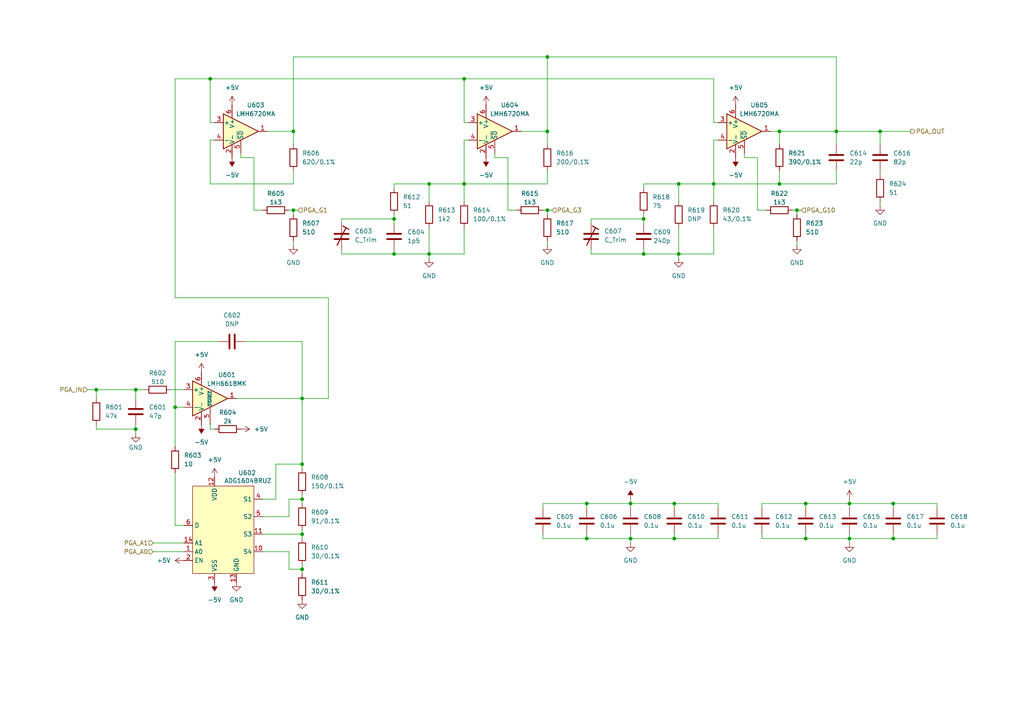
<source format=kicad_sch>
(kicad_sch (version 20231120) (generator "eeschema") (generator_version "8.0")
  (paper "A4")
  (lib_symbols
    (symbol "Amplifier_Operational:LMH6611" (pin_names (offset 0.127))
      (property "Reference" "U" (at 2.54 3.81 0))
      (property "Value" "LMH6611" (at 2.54 -3.81 0))
      (symbol "LMH6611_0_1"
        (polyline (pts (xy -5.08 5.08) (xy 5.08 0) (xy -5.08 -5.08) (xy -5.08 5.08)) (stroke (width 0.254)) (fill (type background)))
      )
      (symbol "LMH6611_1_1"
        (pin output line (at 7.62 0 180) (length 2.54) (name "~") (number "1"))
        (pin power_in line (at -2.54 -7.62 90) (length 3.81) (name "V-") (number "2"))
        (pin input line (at -7.62 2.54 0) (length 2.54) (name "+") (number "3"))
        (pin input line (at -7.62 -2.54 0) (length 2.54) (name "-") (number "4"))
        (pin input line (at 0 -7.62 90) (length 5.08) (name "~{DISABLE}") (number "5"))
        (pin power_in line (at -2.54 7.62 270) (length 3.81) (name "V+") (number "6"))
      )
    )
    (symbol "Device:C" (pin_numbers hide) (pin_names (offset 0.254))
      (property "Reference" "C" (at 0.635 2.54 0))
      (property "Value" "C" (at 0.635 -2.54 0))
      (symbol "C_0_1"
        (polyline (pts (xy -2.032 -0.762) (xy 2.032 -0.762)) (stroke (width 0.508)))
        (polyline (pts (xy -2.032 0.762) (xy 2.032 0.762)) (stroke (width 0.508)))
      )
      (symbol "C_1_1"
        (pin passive line (at 0 3.81 270) (length 2.794) (name "~") (number "1"))
        (pin passive line (at 0 -3.81 90) (length 2.794) (name "~") (number "2"))
      )
    )
    (symbol "Device:C_Trim" (pin_numbers hide) (pin_names (offset 0.254) hide)
      (property "Reference" "C" (at 1.524 -2.032 0))
      (property "Value" "C_Trim" (at 3.048 -3.556 0))
      (symbol "C_Trim_0_1"
        (polyline (pts (xy -2.032 -0.762) (xy 2.032 -0.762)) (stroke (width 0.508)))
        (polyline (pts (xy -2.032 0.762) (xy 2.032 0.762)) (stroke (width 0.508)))
        (polyline (pts (xy 1.27 2.54) (xy -1.27 -2.54)) (stroke (width 0.3048)))
        (polyline (pts (xy 1.27 2.54) (xy 0.381 3.048)) (stroke (width 0.3048)))
        (polyline (pts (xy 1.27 2.54) (xy 2.159 2.032)) (stroke (width 0.3048)))
      )
      (symbol "C_Trim_1_1"
        (pin passive line (at 0 3.81 270) (length 3.048) (name "~") (number "1"))
        (pin passive line (at 0 -3.81 90) (length 3.048) (name "~") (number "2"))
      )
    )
    (symbol "Device:R" (pin_numbers hide) (pin_names (offset 0))
      (property "Reference" "R" (at 2.032 0 90))
      (property "Value" "R" (at 0 0 90))
      (symbol "R_0_1"
        (rectangle (start -1.016 -2.54) (end 1.016 2.54) (stroke (width 0.254)))
      )
      (symbol "R_1_1"
        (pin passive line (at 0 3.81 270) (length 1.27) (name "~") (number "1"))
        (pin passive line (at 0 -3.81 90) (length 1.27) (name "~") (number "2"))
      )
    )
    (symbol "ETH1LCR3:ADG1604BRUZ"
      (property "Reference" "U" (at 0 0 0))
      (property "Value" "ADG1604BRUZ" (at 0 0 0))
      (symbol "ADG1604BRUZ_0_0"
        (pin input line (at -11.43 -7.62 0) (length 2.54) (name "A0") (number "1"))
        (pin bidirectional line (at 11.43 -7.62 180) (length 2.54) (name "S4") (number "10"))
        (pin bidirectional line (at 11.43 -2.54 180) (length 2.54) (name "S3") (number "11"))
        (pin passive line (at -2.54 13.97 270) (length 2.54) (name "VDD") (number "12"))
        (pin passive line (at 3.81 -16.51 90) (length 2.54) (name "GND") (number "13"))
        (pin bidirectional line (at -11.43 -5.08 0) (length 2.54) (name "A1") (number "14"))
        (pin input line (at -11.43 -10.16 0) (length 2.54) (name "EN") (number "2"))
        (pin passive line (at -2.54 -16.51 90) (length 2.54) (name "VSS") (number "3"))
        (pin bidirectional line (at 11.43 7.62 180) (length 2.54) (name "S1") (number "4"))
        (pin bidirectional line (at 11.43 2.54 180) (length 2.54) (name "S2") (number "5"))
        (pin bidirectional line (at -11.43 0 0) (length 2.54) (name "D") (number "6"))
      )
      (symbol "ADG1604BRUZ_1_0"
        (pin no_connect line (at -8.89 8.89 0) (length 2.54) hide (name "NC") (number "7"))
        (pin no_connect line (at -8.89 6.35 0) (length 2.54) hide (name "NC") (number "8"))
        (pin no_connect line (at -8.89 3.81 0) (length 2.54) hide (name "NC") (number "9"))
      )
      (symbol "ADG1604BRUZ_1_1"
        (rectangle (start -8.89 11.43) (end 8.89 -13.97) (fill (type background)))
      )
    )
    (symbol "ETH1LCR3:LMH6702MA" (pin_names (offset 0.127))
      (property "Reference" "U" (at 0 6.35 0))
      (property "Value" "LMH6720MA" (at 0 3.81 0))
      (symbol "LMH6702MA_0_1"
        (polyline (pts (xy -5.08 5.08) (xy 5.08 0) (xy -5.08 -5.08) (xy -5.08 5.08)) (stroke (width 0.254)) (fill (type background)))
      )
      (symbol "LMH6702MA_1_1"
        (pin output line (at 7.62 0 180) (length 2.54) (name "~") (number "1"))
        (pin power_in line (at -2.54 -7.62 90) (length 3.81) (name "V-") (number "2"))
        (pin input line (at -7.62 2.54 0) (length 2.54) (name "+") (number "3"))
        (pin input line (at -7.62 -2.54 0) (length 2.54) (name "-") (number "4"))
        (pin input line (at 0 -6.35 90) (length 3.81) (name "~{SD}") (number "5"))
        (pin power_in line (at -2.54 7.62 270) (length 3.81) (name "V+") (number "6"))
      )
    )
    (symbol "power:+5V" (power) (pin_numbers hide) (pin_names (offset 0) hide)
      (property "Value" "+5V" (at 0 3.556 0))
      (symbol "+5V_0_1"
        (polyline (pts (xy -0.762 1.27) (xy 0 2.54)))
        (polyline (pts (xy 0 0) (xy 0 2.54)))
        (polyline (pts (xy 0 2.54) (xy 0.762 1.27)))
      )
      (symbol "+5V_1_1"
        (pin power_in line (at 0 0 90) (length 0) (name "~") (number "1"))
      )
    )
    (symbol "power:-5V" (power) (pin_numbers hide) (pin_names (offset 0) hide)
      (property "Value" "-5V" (at 0 3.556 0))
      (symbol "-5V_0_0"
        (pin power_in line (at 0 0 90) (length 0) (name "~") (number "1"))
      )
      (symbol "-5V_0_1"
        (polyline (pts (xy 0 0) (xy 0 1.27) (xy 0.762 1.27) (xy 0 2.54) (xy -0.762 1.27) (xy 0 1.27)) (fill (type outline)))
      )
    )
    (symbol "power:GND" (power) (pin_numbers hide) (pin_names (offset 0) hide)
      (property "Value" "GND" (at 0 -3.81 0))
      (symbol "GND_0_1"
        (polyline (pts (xy 0 0) (xy 0 -1.27) (xy 1.27 -1.27) (xy 0 -2.54) (xy -1.27 -1.27) (xy 0 -1.27)))
      )
      (symbol "GND_1_1"
        (pin power_in line (at 0 0 270) (length 0) (name "~") (number "1"))
      )
    )
  )
  (junction (at 186.69 73.66))
  (junction (at 134.62 53.34))
  (junction (at 114.3 63.5))
  (junction (at 231.14 60.96))
  (junction (at 170.18 156.21))
  (junction (at 196.85 73.66))
  (junction (at 50.8 118.11))
  (junction (at 158.75 38.1))
  (junction (at 246.38 156.21))
  (junction (at 182.88 146.05))
  (junction (at 60.96 22.86))
  (junction (at 87.63 115.57))
  (junction (at 226.06 38.1))
  (junction (at 196.85 53.34))
  (junction (at 87.63 134.62))
  (junction (at 186.69 63.5))
  (junction (at 246.38 146.05))
  (junction (at 233.68 156.21))
  (junction (at 255.27 38.1))
  (junction (at 207.01 53.34))
  (junction (at 195.58 146.05))
  (junction (at 39.37 113.03))
  (junction (at 233.68 146.05))
  (junction (at 87.63 154.94))
  (junction (at 114.3 73.66))
  (junction (at 195.58 156.21))
  (junction (at 27.94 113.03))
  (junction (at 134.62 22.86))
  (junction (at 182.88 156.21))
  (junction (at 85.09 38.1))
  (junction (at 124.46 73.66))
  (junction (at 87.63 144.78))
  (junction (at 158.75 60.96))
  (junction (at 158.75 16.51))
  (junction (at 124.46 53.34))
  (junction (at 259.08 156.21))
  (junction (at 170.18 146.05))
  (junction (at 87.63 165.1))
  (junction (at 85.09 60.96))
  (junction (at 39.37 124.46))
  (junction (at 242.57 38.1))
  (junction (at 259.08 146.05))
  (junction (at 226.06 53.34))
  (wire (pts (xy 151.13 38.1) (xy 158.75 38.1)))
  (wire (pts (xy 147.32 60.96) (xy 149.86 60.96)))
  (wire (pts (xy 231.14 69.85) (xy 231.14 71.12)))
  (wire (pts (xy 83.82 160.02) (xy 83.82 165.1)))
  (wire (pts (xy 182.88 156.21) (xy 170.18 156.21)))
  (wire (pts (xy 259.08 156.21) (xy 246.38 156.21)))
  (wire (pts (xy 219.71 45.72) (xy 219.71 60.96)))
  (wire (pts (xy 223.52 38.1) (xy 226.06 38.1)))
  (wire (pts (xy 158.75 49.53) (xy 158.75 53.34)))
  (wire (pts (xy 158.75 38.1) (xy 158.75 41.91)))
  (wire (pts (xy 60.96 124.46) (xy 60.96 123.19)))
  (wire (pts (xy 135.89 35.56) (xy 134.62 35.56)))
  (wire (pts (xy 87.63 115.57) (xy 87.63 99.06)))
  (wire (pts (xy 195.58 154.94) (xy 195.58 156.21)))
  (wire (pts (xy 39.37 124.46) (xy 39.37 125.73)))
  (wire (pts (xy 87.63 143.51) (xy 87.63 144.78)))
  (wire (pts (xy 170.18 156.21) (xy 157.48 156.21)))
  (wire (pts (xy 60.96 35.56) (xy 60.96 22.86)))
  (wire (pts (xy 85.09 38.1) (xy 85.09 41.91)))
  (wire (pts (xy 85.09 16.51) (xy 158.75 16.51)))
  (wire (pts (xy 242.57 53.34) (xy 226.06 53.34)))
  (wire (pts (xy 242.57 16.51) (xy 158.75 16.51)))
  (wire (pts (xy 170.18 146.05) (xy 170.18 147.32)))
  (wire (pts (xy 87.63 153.67) (xy 87.63 154.94)))
  (wire (pts (xy 158.75 16.51) (xy 158.75 38.1)))
  (wire (pts (xy 39.37 113.03) (xy 27.94 113.03)))
  (wire (pts (xy 134.62 35.56) (xy 134.62 22.86)))
  (wire (pts (xy 39.37 123.19) (xy 39.37 124.46)))
  (wire (pts (xy 233.68 146.05) (xy 246.38 146.05)))
  (wire (pts (xy 83.82 144.78) (xy 87.63 144.78)))
  (wire (pts (xy 60.96 53.34) (xy 60.96 40.64)))
  (wire (pts (xy 50.8 22.86) (xy 60.96 22.86)))
  (wire (pts (xy 186.69 63.5) (xy 186.69 64.77)))
  (wire (pts (xy 255.27 38.1) (xy 242.57 38.1)))
  (wire (pts (xy 76.2 154.94) (xy 87.63 154.94)))
  (wire (pts (xy 134.62 53.34) (xy 134.62 58.42)))
  (wire (pts (xy 124.46 58.42) (xy 124.46 53.34)))
  (wire (pts (xy 69.85 44.45) (xy 69.85 45.72)))
  (wire (pts (xy 271.78 146.05) (xy 271.78 147.32)))
  (wire (pts (xy 233.68 156.21) (xy 220.98 156.21)))
  (wire (pts (xy 255.27 38.1) (xy 264.16 38.1)))
  (wire (pts (xy 39.37 113.03) (xy 39.37 115.57)))
  (wire (pts (xy 87.63 134.62) (xy 87.63 135.89)))
  (wire (pts (xy 124.46 73.66) (xy 134.62 73.66)))
  (wire (pts (xy 73.66 60.96) (xy 76.2 60.96)))
  (wire (pts (xy 134.62 22.86) (xy 207.01 22.86)))
  (wire (pts (xy 220.98 147.32) (xy 220.98 146.05)))
  (wire (pts (xy 170.18 154.94) (xy 170.18 156.21)))
  (wire (pts (xy 215.9 45.72) (xy 219.71 45.72)))
  (wire (pts (xy 171.45 73.66) (xy 186.69 73.66)))
  (wire (pts (xy 219.71 60.96) (xy 222.25 60.96)))
  (wire (pts (xy 85.09 53.34) (xy 60.96 53.34)))
  (wire (pts (xy 208.28 156.21) (xy 195.58 156.21)))
  (wire (pts (xy 233.68 154.94) (xy 233.68 156.21)))
  (wire (pts (xy 50.8 86.36) (xy 50.8 22.86)))
  (wire (pts (xy 83.82 165.1) (xy 87.63 165.1)))
  (wire (pts (xy 271.78 156.21) (xy 259.08 156.21)))
  (wire (pts (xy 62.23 35.56) (xy 60.96 35.56)))
  (wire (pts (xy 50.8 118.11) (xy 53.34 118.11)))
  (wire (pts (xy 229.87 60.96) (xy 231.14 60.96)))
  (wire (pts (xy 158.75 53.34) (xy 134.62 53.34)))
  (wire (pts (xy 231.14 60.96) (xy 232.41 60.96)))
  (wire (pts (xy 246.38 146.05) (xy 259.08 146.05)))
  (wire (pts (xy 246.38 146.05) (xy 246.38 147.32)))
  (wire (pts (xy 85.09 69.85) (xy 85.09 71.12)))
  (wire (pts (xy 87.63 115.57) (xy 95.25 115.57)))
  (wire (pts (xy 85.09 60.96) (xy 85.09 62.23)))
  (wire (pts (xy 207.01 22.86) (xy 207.01 35.56)))
  (wire (pts (xy 208.28 154.94) (xy 208.28 156.21)))
  (wire (pts (xy 171.45 64.77) (xy 171.45 63.5)))
  (wire (pts (xy 255.27 58.42) (xy 255.27 59.69)))
  (wire (pts (xy 73.66 45.72) (xy 73.66 60.96)))
  (wire (pts (xy 95.25 86.36) (xy 50.8 86.36)))
  (wire (pts (xy 196.85 73.66) (xy 196.85 74.93)))
  (wire (pts (xy 182.88 154.94) (xy 182.88 156.21)))
  (wire (pts (xy 124.46 73.66) (xy 124.46 74.93)))
  (wire (pts (xy 83.82 60.96) (xy 85.09 60.96)))
  (wire (pts (xy 87.63 165.1) (xy 87.63 166.37)))
  (wire (pts (xy 76.2 160.02) (xy 83.82 160.02)))
  (wire (pts (xy 196.85 53.34) (xy 207.01 53.34)))
  (wire (pts (xy 85.09 60.96) (xy 86.36 60.96)))
  (wire (pts (xy 41.91 113.03) (xy 39.37 113.03)))
  (wire (pts (xy 50.8 99.06) (xy 50.8 118.11)))
  (wire (pts (xy 44.45 160.02) (xy 53.34 160.02)))
  (wire (pts (xy 171.45 63.5) (xy 186.69 63.5)))
  (wire (pts (xy 62.23 124.46) (xy 60.96 124.46)))
  (wire (pts (xy 226.06 49.53) (xy 226.06 53.34)))
  (wire (pts (xy 50.8 118.11) (xy 50.8 129.54)))
  (wire (pts (xy 80.01 134.62) (xy 87.63 134.62)))
  (wire (pts (xy 87.63 144.78) (xy 87.63 146.05)))
  (wire (pts (xy 207.01 53.34) (xy 207.01 58.42)))
  (wire (pts (xy 195.58 146.05) (xy 195.58 147.32)))
  (wire (pts (xy 195.58 146.05) (xy 208.28 146.05)))
  (wire (pts (xy 170.18 146.05) (xy 182.88 146.05)))
  (wire (pts (xy 255.27 50.8) (xy 255.27 49.53)))
  (wire (pts (xy 186.69 62.23) (xy 186.69 63.5)))
  (wire (pts (xy 63.5 99.06) (xy 50.8 99.06)))
  (wire (pts (xy 259.08 146.05) (xy 259.08 147.32)))
  (wire (pts (xy 99.06 63.5) (xy 114.3 63.5)))
  (wire (pts (xy 99.06 72.39) (xy 99.06 73.66)))
  (wire (pts (xy 246.38 154.94) (xy 246.38 156.21)))
  (wire (pts (xy 99.06 73.66) (xy 114.3 73.66)))
  (wire (pts (xy 246.38 156.21) (xy 246.38 157.48)))
  (wire (pts (xy 158.75 69.85) (xy 158.75 71.12)))
  (wire (pts (xy 134.62 53.34) (xy 134.62 40.64)))
  (wire (pts (xy 95.25 115.57) (xy 95.25 86.36)))
  (wire (pts (xy 85.09 49.53) (xy 85.09 53.34)))
  (wire (pts (xy 195.58 156.21) (xy 182.88 156.21)))
  (wire (pts (xy 207.01 35.56) (xy 208.28 35.56)))
  (wire (pts (xy 49.53 113.03) (xy 53.34 113.03)))
  (wire (pts (xy 114.3 72.39) (xy 114.3 73.66)))
  (wire (pts (xy 157.48 147.32) (xy 157.48 146.05)))
  (wire (pts (xy 207.01 40.64) (xy 208.28 40.64)))
  (wire (pts (xy 114.3 73.66) (xy 124.46 73.66)))
  (wire (pts (xy 208.28 146.05) (xy 208.28 147.32)))
  (wire (pts (xy 182.88 146.05) (xy 195.58 146.05)))
  (wire (pts (xy 215.9 44.45) (xy 215.9 45.72)))
  (wire (pts (xy 99.06 64.77) (xy 99.06 63.5)))
  (wire (pts (xy 220.98 146.05) (xy 233.68 146.05)))
  (wire (pts (xy 124.46 66.04) (xy 124.46 73.66)))
  (wire (pts (xy 114.3 62.23) (xy 114.3 63.5)))
  (wire (pts (xy 134.62 66.04) (xy 134.62 73.66)))
  (wire (pts (xy 182.88 146.05) (xy 182.88 147.32)))
  (wire (pts (xy 83.82 149.86) (xy 83.82 144.78)))
  (wire (pts (xy 143.51 45.72) (xy 147.32 45.72)))
  (wire (pts (xy 68.58 115.57) (xy 87.63 115.57)))
  (wire (pts (xy 87.63 115.57) (xy 87.63 134.62)))
  (wire (pts (xy 134.62 40.64) (xy 135.89 40.64)))
  (wire (pts (xy 124.46 53.34) (xy 114.3 53.34)))
  (wire (pts (xy 85.09 16.51) (xy 85.09 38.1)))
  (wire (pts (xy 60.96 40.64) (xy 62.23 40.64)))
  (wire (pts (xy 207.01 66.04) (xy 207.01 73.66)))
  (wire (pts (xy 196.85 66.04) (xy 196.85 73.66)))
  (wire (pts (xy 271.78 154.94) (xy 271.78 156.21)))
  (wire (pts (xy 242.57 49.53) (xy 242.57 53.34)))
  (wire (pts (xy 186.69 72.39) (xy 186.69 73.66)))
  (wire (pts (xy 27.94 124.46) (xy 39.37 124.46)))
  (wire (pts (xy 171.45 72.39) (xy 171.45 73.66)))
  (wire (pts (xy 196.85 73.66) (xy 207.01 73.66)))
  (wire (pts (xy 220.98 156.21) (xy 220.98 154.94)))
  (wire (pts (xy 259.08 146.05) (xy 271.78 146.05)))
  (wire (pts (xy 196.85 58.42) (xy 196.85 53.34)))
  (wire (pts (xy 80.01 144.78) (xy 80.01 134.62)))
  (wire (pts (xy 44.45 157.48) (xy 53.34 157.48)))
  (wire (pts (xy 226.06 38.1) (xy 242.57 38.1)))
  (wire (pts (xy 157.48 156.21) (xy 157.48 154.94)))
  (wire (pts (xy 87.63 154.94) (xy 87.63 156.21)))
  (wire (pts (xy 242.57 38.1) (xy 242.57 41.91)))
  (wire (pts (xy 259.08 154.94) (xy 259.08 156.21)))
  (wire (pts (xy 50.8 152.4) (xy 50.8 137.16)))
  (wire (pts (xy 226.06 53.34) (xy 207.01 53.34)))
  (wire (pts (xy 69.85 45.72) (xy 73.66 45.72)))
  (wire (pts (xy 27.94 113.03) (xy 27.94 115.57)))
  (wire (pts (xy 158.75 60.96) (xy 160.02 60.96)))
  (wire (pts (xy 25.4 113.03) (xy 27.94 113.03)))
  (wire (pts (xy 158.75 60.96) (xy 158.75 62.23)))
  (wire (pts (xy 76.2 144.78) (xy 80.01 144.78)))
  (wire (pts (xy 186.69 53.34) (xy 186.69 54.61)))
  (wire (pts (xy 246.38 156.21) (xy 233.68 156.21)))
  (wire (pts (xy 71.12 99.06) (xy 87.63 99.06)))
  (wire (pts (xy 143.51 44.45) (xy 143.51 45.72)))
  (wire (pts (xy 114.3 53.34) (xy 114.3 54.61)))
  (wire (pts (xy 242.57 38.1) (xy 242.57 16.51)))
  (wire (pts (xy 124.46 53.34) (xy 134.62 53.34)))
  (wire (pts (xy 246.38 144.78) (xy 246.38 146.05)))
  (wire (pts (xy 182.88 156.21) (xy 182.88 157.48)))
  (wire (pts (xy 255.27 41.91) (xy 255.27 38.1)))
  (wire (pts (xy 87.63 163.83) (xy 87.63 165.1)))
  (wire (pts (xy 196.85 53.34) (xy 186.69 53.34)))
  (wire (pts (xy 207.01 53.34) (xy 207.01 40.64)))
  (wire (pts (xy 231.14 60.96) (xy 231.14 62.23)))
  (wire (pts (xy 76.2 149.86) (xy 83.82 149.86)))
  (wire (pts (xy 233.68 146.05) (xy 233.68 147.32)))
  (wire (pts (xy 186.69 73.66) (xy 196.85 73.66)))
  (wire (pts (xy 77.47 38.1) (xy 85.09 38.1)))
  (wire (pts (xy 27.94 123.19) (xy 27.94 124.46)))
  (wire (pts (xy 182.88 144.78) (xy 182.88 146.05)))
  (wire (pts (xy 157.48 146.05) (xy 170.18 146.05)))
  (wire (pts (xy 226.06 38.1) (xy 226.06 41.91)))
  (wire (pts (xy 114.3 63.5) (xy 114.3 64.77)))
  (wire (pts (xy 53.34 152.4) (xy 50.8 152.4)))
  (wire (pts (xy 147.32 45.72) (xy 147.32 60.96)))
  (wire (pts (xy 60.96 22.86) (xy 134.62 22.86)))
  (wire (pts (xy 157.48 60.96) (xy 158.75 60.96)))
  (hierarchical_label "PGA_G1" (shape input) (at 86.36 60.96 0))
  (hierarchical_label "PGA_OUT" (shape output) (at 264.16 38.1 0))
  (hierarchical_label "PGA_IN" (shape input) (at 25.4 113.03 180))
  (hierarchical_label "PGA_A0" (shape input) (at 44.45 160.02 180))
  (hierarchical_label "PGA_A1" (shape input) (at 44.45 157.48 180))
  (hierarchical_label "PGA_G3" (shape input) (at 160.02 60.96 0))
  (hierarchical_label "PGA_G10" (shape input) (at 232.41 60.96 0))
  (symbol (lib_id "Device:C") (at 186.69 68.58 0) (unit 1)
    (property "Reference" "C609" (at 189.484 67.31 0) (effects (justify left)))
    (property "Value" "240p" (at 189.484 69.85 0) (effects (justify left)))
    (property "Footprint" "Capacitor_SMD:C_0603_1608Metric_Pad1.08x0.95mm_HandSolder" (effects (hide yes)))
    (property "Description" "Unpolarized capacitor" (effects (hide yes)))
  )
  (symbol (lib_id "Device:R") (at 231.14 66.04 0) (unit 1)
    (property "Reference" "R623" (at 233.68 64.7699 0) (effects (justify left)))
    (property "Value" "510" (at 233.68 67.3099 0) (effects (justify left)))
    (property "Footprint" "Resistor_SMD:R_0603_1608Metric_Pad0.98x0.95mm_HandSolder" (effects (hide yes)))
    (property "Description" "Resistor" (effects (hide yes)))
  )
  (symbol (lib_id "Device:R") (at 207.01 62.23 0) (unit 1)
    (property "Reference" "R620" (at 209.55 60.9599 0) (effects (justify left)))
    (property "Value" "43/0.1%" (at 209.55 63.4999 0) (effects (justify left)))
    (property "Footprint" "Resistor_SMD:R_0603_1608Metric_Pad0.98x0.95mm_HandSolder" (effects (hide yes)))
    (property "Description" "Resistor" (effects (hide yes)))
  )
  (symbol (lib_id "Device:C") (at 220.98 151.13 0) (unit 1)
    (property "Reference" "C612" (at 224.79 149.8599 0) (effects (justify left)))
    (property "Value" "0.1u" (at 224.79 152.3999 0) (effects (justify left)))
    (property "Footprint" "Capacitor_SMD:C_0603_1608Metric_Pad1.08x0.95mm_HandSolder" (effects (hide yes)))
    (property "Description" "Unpolarized capacitor" (effects (hide yes)))
  )
  (symbol (lib_id "Device:C") (at 170.18 151.13 0) (unit 1)
    (property "Reference" "C606" (at 173.99 149.8599 0) (effects (justify left)))
    (property "Value" "0.1u" (at 173.99 152.3999 0) (effects (justify left)))
    (property "Footprint" "Capacitor_SMD:C_0603_1608Metric_Pad1.08x0.95mm_HandSolder" (effects (hide yes)))
    (property "Description" "Unpolarized capacitor" (effects (hide yes)))
  )
  (symbol (lib_id "Device:R") (at 226.06 45.72 0) (unit 1)
    (property "Reference" "R621" (at 228.6 44.4499 0) (effects (justify left)))
    (property "Value" "390/0.1%" (at 228.6 46.9899 0) (effects (justify left)))
    (property "Footprint" "Resistor_SMD:R_0603_1608Metric_Pad0.98x0.95mm_HandSolder" (effects (hide yes)))
    (property "Description" "Resistor" (effects (hide yes)))
  )
  (symbol (lib_id "power:-5V") (at 58.42 123.19 180) (unit 1)
    (property "Reference" "#PWR0604" (effects (hide yes)))
    (property "Value" "-5V" (at 58.42 128.27 0))
    (property "Description" "Power symbol creates a global label with name \"-5V\"" (effects (hide yes)))
  )
  (symbol (lib_id "Device:C_Trim") (at 99.06 68.58 0) (unit 1)
    (property "Reference" "C603" (at 102.87 67.0559 0) (effects (justify left)))
    (property "Value" "C_Trim" (at 102.87 69.5959 0) (effects (justify left)))
    (property "Description" "Trimmable capacitor" (effects (hide yes)))
  )
  (symbol (lib_id "Device:R") (at 87.63 160.02 0) (unit 1)
    (property "Reference" "R610" (at 90.17 158.7499 0) (effects (justify left)))
    (property "Value" "30/0.1%" (at 90.17 161.2899 0) (effects (justify left)))
    (property "Footprint" "Resistor_SMD:R_0603_1608Metric_Pad0.98x0.95mm_HandSolder" (effects (hide yes)))
    (property "Description" "Resistor" (effects (hide yes)))
  )
  (symbol (lib_id "Device:R") (at 87.63 139.7 0) (unit 1)
    (property "Reference" "R608" (at 90.17 138.4299 0) (effects (justify left)))
    (property "Value" "150/0.1%" (at 90.17 140.9699 0) (effects (justify left)))
    (property "Footprint" "Resistor_SMD:R_0603_1608Metric_Pad0.98x0.95mm_HandSolder" (effects (hide yes)))
    (property "Description" "Resistor" (effects (hide yes)))
  )
  (symbol (lib_id "Device:C") (at 157.48 151.13 0) (unit 1)
    (property "Reference" "C605" (at 161.29 149.8599 0) (effects (justify left)))
    (property "Value" "0.1u" (at 161.29 152.3999 0) (effects (justify left)))
    (property "Footprint" "Capacitor_SMD:C_0603_1608Metric_Pad1.08x0.95mm_HandSolder" (effects (hide yes)))
    (property "Description" "Unpolarized capacitor" (effects (hide yes)))
  )
  (symbol (lib_id "Device:C") (at 242.57 45.72 0) (unit 1)
    (property "Reference" "C614" (at 246.38 44.4499 0) (effects (justify left)))
    (property "Value" "22p" (at 246.38 46.9899 0) (effects (justify left)))
    (property "Footprint" "Capacitor_SMD:C_0603_1608Metric_Pad1.08x0.95mm_HandSolder" (effects (hide yes)))
    (property "Description" "Unpolarized capacitor" (effects (hide yes)))
  )
  (symbol (lib_id "Device:C") (at 246.38 151.13 0) (unit 1)
    (property "Reference" "C615" (at 250.19 149.8599 0) (effects (justify left)))
    (property "Value" "0.1u" (at 250.19 152.3999 0) (effects (justify left)))
    (property "Footprint" "Capacitor_SMD:C_0603_1608Metric_Pad1.08x0.95mm_HandSolder" (effects (hide yes)))
    (property "Description" "Unpolarized capacitor" (effects (hide yes)))
  )
  (symbol (lib_id "power:-5V") (at 62.23 168.91 180) (unit 1)
    (property "Reference" "#PWR0606" (effects (hide yes)))
    (property "Value" "-5V" (at 62.23 173.99 0))
    (property "Description" "Power symbol creates a global label with name \"-5V\"" (effects (hide yes)))
  )
  (symbol (lib_id "Device:R") (at 158.75 66.04 0) (unit 1)
    (property "Reference" "R617" (at 161.29 64.7699 0) (effects (justify left)))
    (property "Value" "510" (at 161.29 67.3099 0) (effects (justify left)))
    (property "Footprint" "Resistor_SMD:R_0603_1608Metric_Pad0.98x0.95mm_HandSolder" (effects (hide yes)))
    (property "Description" "Resistor" (effects (hide yes)))
  )
  (symbol (lib_id "Device:C") (at 114.3 68.58 0) (unit 1)
    (property "Reference" "C604" (at 118.11 67.3099 0) (effects (justify left)))
    (property "Value" "1p5" (at 118.11 69.8499 0) (effects (justify left)))
    (property "Footprint" "Capacitor_SMD:C_0603_1608Metric_Pad1.08x0.95mm_HandSolder" (effects (hide yes)))
    (property "Description" "Unpolarized capacitor" (effects (hide yes)))
  )
  (symbol (lib_id "Device:R") (at 114.3 58.42 0) (unit 1)
    (property "Reference" "R612" (at 116.84 57.1499 0) (effects (justify left)))
    (property "Value" "51" (at 116.84 59.6899 0) (effects (justify left)))
    (property "Footprint" "Resistor_SMD:R_0603_1608Metric_Pad0.98x0.95mm_HandSolder" (effects (hide yes)))
    (property "Description" "Resistor" (effects (hide yes)))
  )
  (symbol (lib_id "power:GND") (at 231.14 71.12 0) (unit 1)
    (property "Reference" "#PWR0622" (effects (hide yes)))
    (property "Value" "GND" (at 231.14 76.2 0))
    (property "Description" "Power symbol creates a global label with name \"GND\" , ground" (effects (hide yes)))
  )
  (symbol (lib_id "power:GND") (at 85.09 71.12 0) (unit 1)
    (property "Reference" "#PWR0611" (effects (hide yes)))
    (property "Value" "GND" (at 85.09 76.2 0))
    (property "Description" "Power symbol creates a global label with name \"GND\" , ground" (effects (hide yes)))
  )
  (symbol (lib_id "Device:R") (at 80.01 60.96 90) (unit 1)
    (property "Reference" "R605" (at 80.01 56.134 90))
    (property "Value" "1k3" (at 80.01 58.674 90))
    (property "Footprint" "Resistor_SMD:R_0603_1608Metric_Pad0.98x0.95mm_HandSolder" (effects (hide yes)))
    (property "Description" "Resistor" (effects (hide yes)))
  )
  (symbol (lib_id "Device:R") (at 158.75 45.72 0) (unit 1)
    (property "Reference" "R616" (at 161.29 44.4499 0) (effects (justify left)))
    (property "Value" "200/0.1%" (at 161.29 46.9899 0) (effects (justify left)))
    (property "Footprint" "Resistor_SMD:R_0603_1608Metric_Pad0.98x0.95mm_HandSolder" (effects (hide yes)))
    (property "Description" "Resistor" (effects (hide yes)))
  )
  (symbol (lib_id "Device:R") (at 50.8 133.35 0) (unit 1)
    (property "Reference" "R603" (at 53.34 132.0799 0) (effects (justify left)))
    (property "Value" "10" (at 53.34 134.6199 0) (effects (justify left)))
    (property "Footprint" "Resistor_SMD:R_0603_1608Metric_Pad0.98x0.95mm_HandSolder" (effects (hide yes)))
    (property "Description" "Resistor" (effects (hide yes)))
  )
  (symbol (lib_id "power:+5V") (at 140.97 30.48 0) (unit 1)
    (property "Reference" "#PWR0614" (effects (hide yes)))
    (property "Value" "+5V" (at 140.97 25.4 0))
    (property "Description" "Power symbol creates a global label with name \"+5V\"" (effects (hide yes)))
  )
  (symbol (lib_id "Device:C") (at 182.88 151.13 0) (unit 1)
    (property "Reference" "C608" (at 186.69 149.8599 0) (effects (justify left)))
    (property "Value" "0.1u" (at 186.69 152.3999 0) (effects (justify left)))
    (property "Footprint" "Capacitor_SMD:C_0603_1608Metric_Pad1.08x0.95mm_HandSolder" (effects (hide yes)))
    (property "Description" "Unpolarized capacitor" (effects (hide yes)))
  )
  (symbol (lib_id "Device:R") (at 153.67 60.96 90) (unit 1)
    (property "Reference" "R615" (at 153.67 56.134 90))
    (property "Value" "1k3" (at 153.67 58.674 90))
    (property "Footprint" "Resistor_SMD:R_0603_1608Metric_Pad0.98x0.95mm_HandSolder" (effects (hide yes)))
    (property "Description" "Resistor" (effects (hide yes)))
  )
  (symbol (lib_id "Device:R") (at 85.09 45.72 0) (unit 1)
    (property "Reference" "R606" (at 87.63 44.4499 0) (effects (justify left)))
    (property "Value" "620/0.1%" (at 87.63 46.9899 0) (effects (justify left)))
    (property "Footprint" "Resistor_SMD:R_0603_1608Metric_Pad0.98x0.95mm_HandSolder" (effects (hide yes)))
    (property "Description" "Resistor" (effects (hide yes)))
  )
  (symbol (lib_id "Device:R") (at 255.27 54.61 0) (unit 1)
    (property "Reference" "R624" (at 257.81 53.3399 0) (effects (justify left)))
    (property "Value" "51" (at 257.81 55.8799 0) (effects (justify left)))
    (property "Footprint" "Resistor_SMD:R_0603_1608Metric_Pad0.98x0.95mm_HandSolder" (effects (hide yes)))
    (property "Description" "Resistor" (effects (hide yes)))
  )
  (symbol (lib_id "power:GND") (at 196.85 74.93 0) (unit 1)
    (property "Reference" "#PWR0619" (effects (hide yes)))
    (property "Value" "GND" (at 196.85 80.01 0))
    (property "Description" "Power symbol creates a global label with name \"GND\" , ground" (effects (hide yes)))
  )
  (symbol (lib_id "power:+5V") (at 246.38 144.78 0) (unit 1)
    (property "Reference" "#PWR0623" (effects (hide yes)))
    (property "Value" "+5V" (at 246.38 139.7 0))
    (property "Description" "Power symbol creates a global label with name \"+5V\"" (effects (hide yes)))
  )
  (symbol (lib_id "Device:R") (at 196.85 62.23 0) (unit 1)
    (property "Reference" "R619" (at 199.39 60.9599 0) (effects (justify left)))
    (property "Value" "DNP" (at 199.39 63.4999 0) (effects (justify left)))
    (property "Footprint" "Resistor_SMD:R_0603_1608Metric_Pad0.98x0.95mm_HandSolder" (effects (hide yes)))
    (property "Description" "Resistor" (effects (hide yes)))
  )
  (symbol (lib_id "Device:C") (at 255.27 45.72 0) (unit 1)
    (property "Reference" "C616" (at 259.08 44.4499 0) (effects (justify left)))
    (property "Value" "82p" (at 259.08 46.9899 0) (effects (justify left)))
    (property "Footprint" "Capacitor_SMD:C_0603_1608Metric_Pad1.08x0.95mm_HandSolder" (effects (hide yes)))
    (property "Description" "Unpolarized capacitor" (effects (hide yes)))
  )
  (symbol (lib_id "power:+5V") (at 62.23 138.43 0) (unit 1)
    (property "Reference" "#PWR0605" (effects (hide yes)))
    (property "Value" "+5V" (at 62.23 133.35 0))
    (property "Description" "Power symbol creates a global label with name \"+5V\"" (effects (hide yes)))
  )
  (symbol (lib_id "power:-5V") (at 213.36 45.72 180) (unit 1)
    (property "Reference" "#PWR0621" (effects (hide yes)))
    (property "Value" "-5V" (at 213.36 50.8 0))
    (property "Description" "Power symbol creates a global label with name \"-5V\"" (effects (hide yes)))
  )
  (symbol (lib_id "Device:C_Trim") (at 171.45 68.58 0) (unit 1)
    (property "Reference" "C607" (at 175.26 67.0559 0) (effects (justify left)))
    (property "Value" "C_Trim" (at 175.26 69.5959 0) (effects (justify left)))
    (property "Description" "Trimmable capacitor" (effects (hide yes)))
  )
  (symbol (lib_id "Device:C") (at 271.78 151.13 0) (unit 1)
    (property "Reference" "C618" (at 275.59 149.8599 0) (effects (justify left)))
    (property "Value" "0.1u" (at 275.59 152.3999 0) (effects (justify left)))
    (property "Footprint" "Capacitor_SMD:C_0603_1608Metric_Pad1.08x0.95mm_HandSolder" (effects (hide yes)))
    (property "Description" "Unpolarized capacitor" (effects (hide yes)))
  )
  (symbol (lib_id "ETH1LCR3:LMH6702MA") (at 215.9 38.1 0) (unit 1)
    (property "Reference" "U605" (at 220.218 30.48 0))
    (property "Value" "LMH6720MA" (at 220.218 33.02 0))
    (property "Footprint" "Package_TO_SOT_SMD:SOT-23-6_Handsoldering" (effects (hide yes)))
    (property "Datasheet" "https://www.ti.com/lit/gpn/lmh6720" (effects (hide yes)))
    (property "Description" "400MHz Wideband Video Op Amp" (effects (hide yes)))
  )
  (symbol (lib_id "Device:C") (at 259.08 151.13 0) (unit 1)
    (property "Reference" "C617" (at 262.89 149.8599 0) (effects (justify left)))
    (property "Value" "0.1u" (at 262.89 152.3999 0) (effects (justify left)))
    (property "Footprint" "Capacitor_SMD:C_0603_1608Metric_Pad1.08x0.95mm_HandSolder" (effects (hide yes)))
    (property "Description" "Unpolarized capacitor" (effects (hide yes)))
  )
  (symbol (lib_id "Device:C") (at 67.31 99.06 90) (unit 1)
    (property "Reference" "C602" (at 67.31 91.44 90))
    (property "Value" "DNP" (at 67.31 93.98 90))
    (property "Footprint" "Capacitor_SMD:C_0603_1608Metric_Pad1.08x0.95mm_HandSolder" (effects (hide yes)))
    (property "Description" "Unpolarized capacitor" (effects (hide yes)))
  )
  (symbol (lib_id "Device:C") (at 208.28 151.13 0) (unit 1)
    (property "Reference" "C611" (at 212.09 149.8599 0) (effects (justify left)))
    (property "Value" "0.1u" (at 212.09 152.3999 0) (effects (justify left)))
    (property "Footprint" "Capacitor_SMD:C_0603_1608Metric_Pad1.08x0.95mm_HandSolder" (effects (hide yes)))
    (property "Description" "Unpolarized capacitor" (effects (hide yes)))
  )
  (symbol (lib_id "power:+5V") (at 58.42 107.95 0) (unit 1)
    (property "Reference" "#PWR0603" (effects (hide yes)))
    (property "Value" "+5V" (at 58.42 102.87 0))
    (property "Description" "Power symbol creates a global label with name \"+5V\"" (effects (hide yes)))
  )
  (symbol (lib_id "power:GND") (at 124.46 74.93 0) (unit 1)
    (property "Reference" "#PWR0613" (effects (hide yes)))
    (property "Value" "GND" (at 124.46 80.01 0))
    (property "Description" "Power symbol creates a global label with name \"GND\" , ground" (effects (hide yes)))
  )
  (symbol (lib_id "power:GND") (at 39.37 125.73 0) (unit 1)
    (property "Reference" "#PWR0601" (effects (hide yes)))
    (property "Value" "GND" (at 39.37 129.794 0))
    (property "Description" "Power symbol creates a global label with name \"GND\" , ground" (effects (hide yes)))
  )
  (symbol (lib_id "ETH1LCR3:LMH6702MA") (at 143.51 38.1 0) (unit 1)
    (property "Reference" "U604" (at 147.828 30.48 0))
    (property "Value" "LMH6720MA" (at 147.828 33.02 0))
    (property "Footprint" "Package_TO_SOT_SMD:SOT-23-6_Handsoldering" (effects (hide yes)))
    (property "Datasheet" "https://www.ti.com/lit/gpn/lmh6720" (effects (hide yes)))
    (property "Description" "400MHz Wideband Video Op Amp" (effects (hide yes)))
  )
  (symbol (lib_id "power:GND") (at 87.63 173.99 0) (unit 1)
    (property "Reference" "#PWR0612" (effects (hide yes)))
    (property "Value" "GND" (at 87.63 179.07 0))
    (property "Description" "Power symbol creates a global label with name \"GND\" , ground" (effects (hide yes)))
  )
  (symbol (lib_id "Amplifier_Operational:LMH6611") (at 60.96 115.57 0) (unit 1)
    (property "Reference" "U601" (at 65.786 108.712 0))
    (property "Value" "LMH6618MK" (at 65.786 111.252 0))
    (property "Footprint" "Package_TO_SOT_SMD:TSOT-23-6" (effects (hide yes)))
    (property "Datasheet" "http://www.ti.com/lit/ds/symlink/lmh6612.pdf" (effects (hide yes)))
    (property "Description" "Single Supply, 345 MHz, Rail-to-Rail Output, Amplifier, TSOT-23-6" (effects (hide yes)))
  )
  (symbol (lib_id "Device:R") (at 66.04 124.46 90) (unit 1)
    (property "Reference" "R604" (at 66.04 119.634 90))
    (property "Value" "2k" (at 66.04 122.174 90))
    (property "Footprint" "Resistor_SMD:R_0603_1608Metric_Pad0.98x0.95mm_HandSolder" (effects (hide yes)))
    (property "Description" "Resistor" (effects (hide yes)))
  )
  (symbol (lib_id "Device:R") (at 27.94 119.38 0) (unit 1)
    (property "Reference" "R601" (at 30.48 118.1099 0) (effects (justify left)))
    (property "Value" "47k" (at 30.48 120.6499 0) (effects (justify left)))
    (property "Footprint" "Resistor_SMD:R_0603_1608Metric_Pad0.98x0.95mm_HandSolder" (effects (hide yes)))
    (property "Description" "Resistor" (effects (hide yes)))
  )
  (symbol (lib_id "Device:R") (at 85.09 66.04 0) (unit 1)
    (property "Reference" "R607" (at 87.63 64.7699 0) (effects (justify left)))
    (property "Value" "510" (at 87.63 67.3099 0) (effects (justify left)))
    (property "Footprint" "Resistor_SMD:R_0603_1608Metric_Pad0.98x0.95mm_HandSolder" (effects (hide yes)))
    (property "Description" "Resistor" (effects (hide yes)))
  )
  (symbol (lib_id "power:GND") (at 68.58 168.91 0) (unit 1)
    (property "Reference" "#PWR0609" (effects (hide yes)))
    (property "Value" "GND" (at 68.58 173.99 0))
    (property "Description" "Power symbol creates a global label with name \"GND\" , ground" (effects (hide yes)))
  )
  (symbol (lib_id "power:+5V") (at 53.34 162.56 90) (unit 1)
    (property "Reference" "#PWR0602" (effects (hide yes)))
    (property "Value" "+5V" (at 49.53 162.5599 90) (effects (justify left)))
    (property "Description" "Power symbol creates a global label with name \"+5V\"" (effects (hide yes)))
  )
  (symbol (lib_id "power:GND") (at 255.27 59.69 0) (unit 1)
    (property "Reference" "#PWR0625" (effects (hide yes)))
    (property "Value" "GND" (at 255.27 64.77 0))
    (property "Description" "Power symbol creates a global label with name \"GND\" , ground" (effects (hide yes)))
  )
  (symbol (lib_id "power:-5V") (at 140.97 45.72 180) (unit 1)
    (property "Reference" "#PWR0615" (effects (hide yes)))
    (property "Value" "-5V" (at 140.97 50.8 0))
    (property "Description" "Power symbol creates a global label with name \"-5V\"" (effects (hide yes)))
  )
  (symbol (lib_id "power:+5V") (at 67.31 30.48 0) (unit 1)
    (property "Reference" "#PWR0607" (effects (hide yes)))
    (property "Value" "+5V" (at 67.31 25.4 0))
    (property "Description" "Power symbol creates a global label with name \"+5V\"" (effects (hide yes)))
  )
  (symbol (lib_id "Device:R") (at 186.69 58.42 0) (unit 1)
    (property "Reference" "R618" (at 189.23 57.1499 0) (effects (justify left)))
    (property "Value" "75" (at 189.23 59.6899 0) (effects (justify left)))
    (property "Footprint" "Resistor_SMD:R_0603_1608Metric_Pad0.98x0.95mm_HandSolder" (effects (hide yes)))
    (property "Description" "Resistor" (effects (hide yes)))
  )
  (symbol (lib_id "ETH1LCR3:ADG1604BRUZ") (at 64.77 152.4 0) (unit 1)
    (property "Reference" "U602" (at 69.088 137.16 0) (effects (justify left)))
    (property "Value" "ADG1604BRUZ" (at 65.024 139.446 0) (effects (justify left)))
    (property "Footprint" "Package_SO:TSSOP-14_4.4x5mm_P0.65mm" (effects (hide yes)))
    (property "Datasheet" "https://www.mouser.de/datasheet/2/609/ADG1604-1502754.pdf" (effects (hide yes)))
    (property "Description" "1 Ω Typical On Resistance, ±5 V, +12 V, +5 V, and +3.3 V, 4:1 Multiplexer" (effects (hide yes)))
  )
  (symbol (lib_id "Device:C") (at 233.68 151.13 0) (unit 1)
    (property "Reference" "C613" (at 237.49 149.8599 0) (effects (justify left)))
    (property "Value" "0.1u" (at 237.49 152.3999 0) (effects (justify left)))
    (property "Footprint" "Capacitor_SMD:C_0603_1608Metric_Pad1.08x0.95mm_HandSolder" (effects (hide yes)))
    (property "Description" "Unpolarized capacitor" (effects (hide yes)))
  )
  (symbol (lib_id "power:-5V") (at 67.31 45.72 180) (unit 1)
    (property "Reference" "#PWR0608" (effects (hide yes)))
    (property "Value" "-5V" (at 67.31 50.8 0))
    (property "Description" "Power symbol creates a global label with name \"-5V\"" (effects (hide yes)))
  )
  (symbol (lib_id "power:GND") (at 182.88 157.48 0) (unit 1)
    (property "Reference" "#PWR0618" (effects (hide yes)))
    (property "Value" "GND" (at 182.88 162.56 0))
    (property "Description" "Power symbol creates a global label with name \"GND\" , ground" (effects (hide yes)))
  )
  (symbol (lib_id "Device:R") (at 124.46 62.23 0) (unit 1)
    (property "Reference" "R613" (at 127 60.9599 0) (effects (justify left)))
    (property "Value" "1k2" (at 127 63.4999 0) (effects (justify left)))
    (property "Footprint" "Resistor_SMD:R_0603_1608Metric_Pad0.98x0.95mm_HandSolder" (effects (hide yes)))
    (property "Description" "Resistor" (effects (hide yes)))
  )
  (symbol (lib_id "Device:R") (at 87.63 149.86 0) (unit 1)
    (property "Reference" "R609" (at 90.17 148.5899 0) (effects (justify left)))
    (property "Value" "91/0.1%" (at 90.17 151.1299 0) (effects (justify left)))
    (property "Footprint" "Resistor_SMD:R_0603_1608Metric_Pad0.98x0.95mm_HandSolder" (effects (hide yes)))
    (property "Description" "Resistor" (effects (hide yes)))
  )
  (symbol (lib_id "power:+5V") (at 213.36 30.48 0) (unit 1)
    (property "Reference" "#PWR0620" (effects (hide yes)))
    (property "Value" "+5V" (at 213.36 25.4 0))
    (property "Description" "Power symbol creates a global label with name \"+5V\"" (effects (hide yes)))
  )
  (symbol (lib_id "power:GND") (at 158.75 71.12 0) (unit 1)
    (property "Reference" "#PWR0616" (effects (hide yes)))
    (property "Value" "GND" (at 158.75 76.2 0))
    (property "Description" "Power symbol creates a global label with name \"GND\" , ground" (effects (hide yes)))
  )
  (symbol (lib_id "Device:R") (at 87.63 170.18 0) (unit 1)
    (property "Reference" "R611" (at 90.17 168.9099 0) (effects (justify left)))
    (property "Value" "30/0.1%" (at 90.17 171.4499 0) (effects (justify left)))
    (property "Footprint" "Resistor_SMD:R_0603_1608Metric_Pad0.98x0.95mm_HandSolder" (effects (hide yes)))
    (property "Description" "Resistor" (effects (hide yes)))
  )
  (symbol (lib_id "Device:R") (at 226.06 60.96 90) (unit 1)
    (property "Reference" "R622" (at 226.06 56.134 90))
    (property "Value" "1k3" (at 226.06 58.674 90))
    (property "Footprint" "Resistor_SMD:R_0603_1608Metric_Pad0.98x0.95mm_HandSolder" (effects (hide yes)))
    (property "Description" "Resistor" (effects (hide yes)))
  )
  (symbol (lib_id "power:-5V") (at 182.88 144.78 0) (unit 1)
    (property "Reference" "#PWR0617" (effects (hide yes)))
    (property "Value" "-5V" (at 182.88 139.7 0))
    (property "Description" "Power symbol creates a global label with name \"-5V\"" (effects (hide yes)))
  )
  (symbol (lib_id "power:+5V") (at 69.85 124.46 270) (unit 1)
    (property "Reference" "#PWR0610" (effects (hide yes)))
    (property "Value" "+5V" (at 73.66 124.4599 90) (effects (justify left)))
    (property "Description" "Power symbol creates a global label with name \"+5V\"" (effects (hide yes)))
  )
  (symbol (lib_id "Device:C") (at 195.58 151.13 0) (unit 1)
    (property "Reference" "C610" (at 199.39 149.8599 0) (effects (justify left)))
    (property "Value" "0.1u" (at 199.39 152.3999 0) (effects (justify left)))
    (property "Footprint" "Capacitor_SMD:C_0603_1608Metric_Pad1.08x0.95mm_HandSolder" (effects (hide yes)))
    (property "Description" "Unpolarized capacitor" (effects (hide yes)))
  )
  (symbol (lib_id "Device:C") (at 39.37 119.38 0) (unit 1)
    (property "Reference" "C601" (at 43.18 118.1099 0) (effects (justify left)))
    (property "Value" "47p" (at 43.18 120.6499 0) (effects (justify left)))
    (property "Footprint" "Capacitor_SMD:C_0603_1608Metric_Pad1.08x0.95mm_HandSolder" (effects (hide yes)))
    (property "Description" "Unpolarized capacitor" (effects (hide yes)))
  )
  (symbol (lib_id "Device:R") (at 45.72 113.03 90) (unit 1)
    (property "Reference" "R602" (at 45.72 108.204 90))
    (property "Value" "510" (at 45.72 110.744 90))
    (property "Footprint" "Resistor_SMD:R_0603_1608Metric_Pad0.98x0.95mm_HandSolder" (effects (hide yes)))
    (property "Description" "Resistor" (effects (hide yes)))
  )
  (symbol (lib_id "ETH1LCR3:LMH6702MA") (at 69.85 38.1 0) (unit 1)
    (property "Reference" "U603" (at 74.168 30.48 0))
    (property "Value" "LMH6720MA" (at 74.168 33.02 0))
    (property "Footprint" "Package_TO_SOT_SMD:SOT-23-6_Handsoldering" (effects (hide yes)))
    (property "Datasheet" "https://www.ti.com/lit/gpn/lmh6720" (effects (hide yes)))
    (property "Description" "400MHz Wideband Video Op Amp" (effects (hide yes)))
  )
  (symbol (lib_id "Device:R") (at 134.62 62.23 0) (unit 1)
    (property "Reference" "R614" (at 137.16 60.9599 0) (effects (justify left)))
    (property "Value" "100/0.1%" (at 137.16 63.4999 0) (effects (justify left)))
    (property "Footprint" "Resistor_SMD:R_0603_1608Metric_Pad0.98x0.95mm_HandSolder" (effects (hide yes)))
    (property "Description" "Resistor" (effects (hide yes)))
  )
  (symbol (lib_id "power:GND") (at 246.38 157.48 0) (unit 1)
    (property "Reference" "#PWR0624" (effects (hide yes)))
    (property "Value" "GND" (at 246.38 162.56 0))
    (property "Description" "Power symbol creates a global label with name \"GND\" , ground" (effects (hide yes)))
  )
)
</source>
